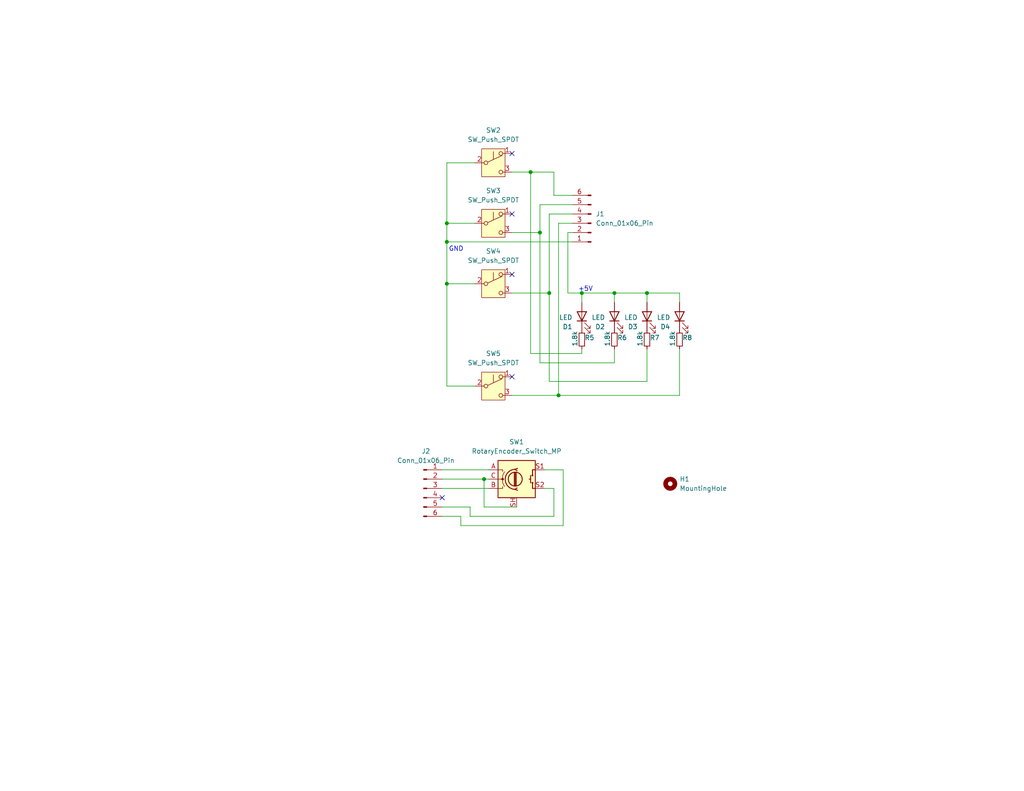
<source format=kicad_sch>
(kicad_sch
	(version 20231120)
	(generator "eeschema")
	(generator_version "8.0")
	(uuid "3b539c61-bc47-4dc6-bea2-8fbd7d401809")
	(paper "USLetter")
	(title_block
		(title "Rotary Encoder Daughter Card")
	)
	(lib_symbols
		(symbol "Connector:Conn_01x06_Pin"
			(pin_names
				(offset 1.016) hide)
			(exclude_from_sim no)
			(in_bom yes)
			(on_board yes)
			(property "Reference" "J"
				(at 0 7.62 0)
				(effects
					(font
						(size 1.27 1.27)
					)
				)
			)
			(property "Value" "Conn_01x06_Pin"
				(at 0 -10.16 0)
				(effects
					(font
						(size 1.27 1.27)
					)
				)
			)
			(property "Footprint" ""
				(at 0 0 0)
				(effects
					(font
						(size 1.27 1.27)
					)
					(hide yes)
				)
			)
			(property "Datasheet" "~"
				(at 0 0 0)
				(effects
					(font
						(size 1.27 1.27)
					)
					(hide yes)
				)
			)
			(property "Description" "Generic connector, single row, 01x06, script generated"
				(at 0 0 0)
				(effects
					(font
						(size 1.27 1.27)
					)
					(hide yes)
				)
			)
			(property "ki_locked" ""
				(at 0 0 0)
				(effects
					(font
						(size 1.27 1.27)
					)
				)
			)
			(property "ki_keywords" "connector"
				(at 0 0 0)
				(effects
					(font
						(size 1.27 1.27)
					)
					(hide yes)
				)
			)
			(property "ki_fp_filters" "Connector*:*_1x??_*"
				(at 0 0 0)
				(effects
					(font
						(size 1.27 1.27)
					)
					(hide yes)
				)
			)
			(symbol "Conn_01x06_Pin_1_1"
				(polyline
					(pts
						(xy 1.27 -7.62) (xy 0.8636 -7.62)
					)
					(stroke
						(width 0.1524)
						(type default)
					)
					(fill
						(type none)
					)
				)
				(polyline
					(pts
						(xy 1.27 -5.08) (xy 0.8636 -5.08)
					)
					(stroke
						(width 0.1524)
						(type default)
					)
					(fill
						(type none)
					)
				)
				(polyline
					(pts
						(xy 1.27 -2.54) (xy 0.8636 -2.54)
					)
					(stroke
						(width 0.1524)
						(type default)
					)
					(fill
						(type none)
					)
				)
				(polyline
					(pts
						(xy 1.27 0) (xy 0.8636 0)
					)
					(stroke
						(width 0.1524)
						(type default)
					)
					(fill
						(type none)
					)
				)
				(polyline
					(pts
						(xy 1.27 2.54) (xy 0.8636 2.54)
					)
					(stroke
						(width 0.1524)
						(type default)
					)
					(fill
						(type none)
					)
				)
				(polyline
					(pts
						(xy 1.27 5.08) (xy 0.8636 5.08)
					)
					(stroke
						(width 0.1524)
						(type default)
					)
					(fill
						(type none)
					)
				)
				(rectangle
					(start 0.8636 -7.493)
					(end 0 -7.747)
					(stroke
						(width 0.1524)
						(type default)
					)
					(fill
						(type outline)
					)
				)
				(rectangle
					(start 0.8636 -4.953)
					(end 0 -5.207)
					(stroke
						(width 0.1524)
						(type default)
					)
					(fill
						(type outline)
					)
				)
				(rectangle
					(start 0.8636 -2.413)
					(end 0 -2.667)
					(stroke
						(width 0.1524)
						(type default)
					)
					(fill
						(type outline)
					)
				)
				(rectangle
					(start 0.8636 0.127)
					(end 0 -0.127)
					(stroke
						(width 0.1524)
						(type default)
					)
					(fill
						(type outline)
					)
				)
				(rectangle
					(start 0.8636 2.667)
					(end 0 2.413)
					(stroke
						(width 0.1524)
						(type default)
					)
					(fill
						(type outline)
					)
				)
				(rectangle
					(start 0.8636 5.207)
					(end 0 4.953)
					(stroke
						(width 0.1524)
						(type default)
					)
					(fill
						(type outline)
					)
				)
				(pin passive line
					(at 5.08 5.08 180)
					(length 3.81)
					(name "Pin_1"
						(effects
							(font
								(size 1.27 1.27)
							)
						)
					)
					(number "1"
						(effects
							(font
								(size 1.27 1.27)
							)
						)
					)
				)
				(pin passive line
					(at 5.08 2.54 180)
					(length 3.81)
					(name "Pin_2"
						(effects
							(font
								(size 1.27 1.27)
							)
						)
					)
					(number "2"
						(effects
							(font
								(size 1.27 1.27)
							)
						)
					)
				)
				(pin passive line
					(at 5.08 0 180)
					(length 3.81)
					(name "Pin_3"
						(effects
							(font
								(size 1.27 1.27)
							)
						)
					)
					(number "3"
						(effects
							(font
								(size 1.27 1.27)
							)
						)
					)
				)
				(pin passive line
					(at 5.08 -2.54 180)
					(length 3.81)
					(name "Pin_4"
						(effects
							(font
								(size 1.27 1.27)
							)
						)
					)
					(number "4"
						(effects
							(font
								(size 1.27 1.27)
							)
						)
					)
				)
				(pin passive line
					(at 5.08 -5.08 180)
					(length 3.81)
					(name "Pin_5"
						(effects
							(font
								(size 1.27 1.27)
							)
						)
					)
					(number "5"
						(effects
							(font
								(size 1.27 1.27)
							)
						)
					)
				)
				(pin passive line
					(at 5.08 -7.62 180)
					(length 3.81)
					(name "Pin_6"
						(effects
							(font
								(size 1.27 1.27)
							)
						)
					)
					(number "6"
						(effects
							(font
								(size 1.27 1.27)
							)
						)
					)
				)
			)
		)
		(symbol "Device:LED"
			(pin_numbers hide)
			(pin_names
				(offset 1.016) hide)
			(exclude_from_sim no)
			(in_bom yes)
			(on_board yes)
			(property "Reference" "D"
				(at 0 2.54 0)
				(effects
					(font
						(size 1.27 1.27)
					)
				)
			)
			(property "Value" "LED"
				(at 0 -2.54 0)
				(effects
					(font
						(size 1.27 1.27)
					)
				)
			)
			(property "Footprint" ""
				(at 0 0 0)
				(effects
					(font
						(size 1.27 1.27)
					)
					(hide yes)
				)
			)
			(property "Datasheet" "~"
				(at 0 0 0)
				(effects
					(font
						(size 1.27 1.27)
					)
					(hide yes)
				)
			)
			(property "Description" "Light emitting diode"
				(at 0 0 0)
				(effects
					(font
						(size 1.27 1.27)
					)
					(hide yes)
				)
			)
			(property "ki_keywords" "LED diode"
				(at 0 0 0)
				(effects
					(font
						(size 1.27 1.27)
					)
					(hide yes)
				)
			)
			(property "ki_fp_filters" "LED* LED_SMD:* LED_THT:*"
				(at 0 0 0)
				(effects
					(font
						(size 1.27 1.27)
					)
					(hide yes)
				)
			)
			(symbol "LED_0_1"
				(polyline
					(pts
						(xy -1.27 -1.27) (xy -1.27 1.27)
					)
					(stroke
						(width 0.254)
						(type default)
					)
					(fill
						(type none)
					)
				)
				(polyline
					(pts
						(xy -1.27 0) (xy 1.27 0)
					)
					(stroke
						(width 0)
						(type default)
					)
					(fill
						(type none)
					)
				)
				(polyline
					(pts
						(xy 1.27 -1.27) (xy 1.27 1.27) (xy -1.27 0) (xy 1.27 -1.27)
					)
					(stroke
						(width 0.254)
						(type default)
					)
					(fill
						(type none)
					)
				)
				(polyline
					(pts
						(xy -3.048 -0.762) (xy -4.572 -2.286) (xy -3.81 -2.286) (xy -4.572 -2.286) (xy -4.572 -1.524)
					)
					(stroke
						(width 0)
						(type default)
					)
					(fill
						(type none)
					)
				)
				(polyline
					(pts
						(xy -1.778 -0.762) (xy -3.302 -2.286) (xy -2.54 -2.286) (xy -3.302 -2.286) (xy -3.302 -1.524)
					)
					(stroke
						(width 0)
						(type default)
					)
					(fill
						(type none)
					)
				)
			)
			(symbol "LED_1_1"
				(pin passive line
					(at -3.81 0 0)
					(length 2.54)
					(name "K"
						(effects
							(font
								(size 1.27 1.27)
							)
						)
					)
					(number "1"
						(effects
							(font
								(size 1.27 1.27)
							)
						)
					)
				)
				(pin passive line
					(at 3.81 0 180)
					(length 2.54)
					(name "A"
						(effects
							(font
								(size 1.27 1.27)
							)
						)
					)
					(number "2"
						(effects
							(font
								(size 1.27 1.27)
							)
						)
					)
				)
			)
		)
		(symbol "Device:R_Small"
			(pin_numbers hide)
			(pin_names
				(offset 0.254) hide)
			(exclude_from_sim no)
			(in_bom yes)
			(on_board yes)
			(property "Reference" "R"
				(at 0.762 0.508 0)
				(effects
					(font
						(size 1.27 1.27)
					)
					(justify left)
				)
			)
			(property "Value" "R_Small"
				(at 0.762 -1.016 0)
				(effects
					(font
						(size 1.27 1.27)
					)
					(justify left)
				)
			)
			(property "Footprint" ""
				(at 0 0 0)
				(effects
					(font
						(size 1.27 1.27)
					)
					(hide yes)
				)
			)
			(property "Datasheet" "~"
				(at 0 0 0)
				(effects
					(font
						(size 1.27 1.27)
					)
					(hide yes)
				)
			)
			(property "Description" "Resistor, small symbol"
				(at 0 0 0)
				(effects
					(font
						(size 1.27 1.27)
					)
					(hide yes)
				)
			)
			(property "ki_keywords" "R resistor"
				(at 0 0 0)
				(effects
					(font
						(size 1.27 1.27)
					)
					(hide yes)
				)
			)
			(property "ki_fp_filters" "R_*"
				(at 0 0 0)
				(effects
					(font
						(size 1.27 1.27)
					)
					(hide yes)
				)
			)
			(symbol "R_Small_0_1"
				(rectangle
					(start -0.762 1.778)
					(end 0.762 -1.778)
					(stroke
						(width 0.2032)
						(type default)
					)
					(fill
						(type none)
					)
				)
			)
			(symbol "R_Small_1_1"
				(pin passive line
					(at 0 2.54 270)
					(length 0.762)
					(name "~"
						(effects
							(font
								(size 1.27 1.27)
							)
						)
					)
					(number "1"
						(effects
							(font
								(size 1.27 1.27)
							)
						)
					)
				)
				(pin passive line
					(at 0 -2.54 90)
					(length 0.762)
					(name "~"
						(effects
							(font
								(size 1.27 1.27)
							)
						)
					)
					(number "2"
						(effects
							(font
								(size 1.27 1.27)
							)
						)
					)
				)
			)
		)
		(symbol "Device:RotaryEncoder_Switch_MP"
			(pin_names
				(offset 0.254) hide)
			(exclude_from_sim no)
			(in_bom yes)
			(on_board yes)
			(property "Reference" "SW1"
				(at 0 10.16 0)
				(effects
					(font
						(size 1.27 1.27)
					)
				)
			)
			(property "Value" "RotaryEncoder_Switch_MP"
				(at 0 7.62 0)
				(effects
					(font
						(size 1.27 1.27)
					)
				)
			)
			(property "Footprint" "Rotary_Encoder:RotaryEncoder_Bourns_Vertical_PEC12R-3x17F-Sxxxx"
				(at -3.81 4.064 0)
				(effects
					(font
						(size 1.27 1.27)
					)
					(hide yes)
				)
			)
			(property "Datasheet" "~"
				(at 0 -12.7 0)
				(effects
					(font
						(size 1.27 1.27)
					)
					(hide yes)
				)
			)
			(property "Description" "Rotary encoder, dual channel, incremental quadrate outputs, with switch and MP Pin"
				(at 0 -15.24 0)
				(effects
					(font
						(size 1.27 1.27)
					)
					(hide yes)
				)
			)
			(property "ki_keywords" "rotary switch encoder switch push button"
				(at 0 0 0)
				(effects
					(font
						(size 1.27 1.27)
					)
					(hide yes)
				)
			)
			(property "ki_fp_filters" "RotaryEncoder*Switch*"
				(at 0 0 0)
				(effects
					(font
						(size 1.27 1.27)
					)
					(hide yes)
				)
			)
			(symbol "RotaryEncoder_Switch_MP_0_1"
				(rectangle
					(start -5.08 5.08)
					(end 5.08 -5.08)
					(stroke
						(width 0.254)
						(type default)
					)
					(fill
						(type background)
					)
				)
				(circle
					(center -3.81 0)
					(radius 0.254)
					(stroke
						(width 0)
						(type default)
					)
					(fill
						(type outline)
					)
				)
				(circle
					(center -0.381 0)
					(radius 1.905)
					(stroke
						(width 0.254)
						(type default)
					)
					(fill
						(type none)
					)
				)
				(arc
					(start -0.381 2.667)
					(mid -3.0988 -0.0635)
					(end -0.381 -2.794)
					(stroke
						(width 0.254)
						(type default)
					)
					(fill
						(type none)
					)
				)
				(polyline
					(pts
						(xy -0.635 -1.778) (xy -0.635 1.778)
					)
					(stroke
						(width 0.254)
						(type default)
					)
					(fill
						(type none)
					)
				)
				(polyline
					(pts
						(xy -0.381 -1.778) (xy -0.381 1.778)
					)
					(stroke
						(width 0.254)
						(type default)
					)
					(fill
						(type none)
					)
				)
				(polyline
					(pts
						(xy -0.127 1.778) (xy -0.127 -1.778)
					)
					(stroke
						(width 0.254)
						(type default)
					)
					(fill
						(type none)
					)
				)
				(polyline
					(pts
						(xy 3.81 0) (xy 3.429 0)
					)
					(stroke
						(width 0.254)
						(type default)
					)
					(fill
						(type none)
					)
				)
				(polyline
					(pts
						(xy 3.81 1.016) (xy 3.81 -1.016)
					)
					(stroke
						(width 0.254)
						(type default)
					)
					(fill
						(type none)
					)
				)
				(polyline
					(pts
						(xy -5.08 -2.54) (xy -3.81 -2.54) (xy -3.81 -2.032)
					)
					(stroke
						(width 0)
						(type default)
					)
					(fill
						(type none)
					)
				)
				(polyline
					(pts
						(xy -5.08 2.54) (xy -3.81 2.54) (xy -3.81 2.032)
					)
					(stroke
						(width 0)
						(type default)
					)
					(fill
						(type none)
					)
				)
				(polyline
					(pts
						(xy 0.254 -3.048) (xy -0.508 -2.794) (xy 0.127 -2.413)
					)
					(stroke
						(width 0.254)
						(type default)
					)
					(fill
						(type none)
					)
				)
				(polyline
					(pts
						(xy 0.254 2.921) (xy -0.508 2.667) (xy 0.127 2.286)
					)
					(stroke
						(width 0.254)
						(type default)
					)
					(fill
						(type none)
					)
				)
				(polyline
					(pts
						(xy 5.08 -2.54) (xy 4.318 -2.54) (xy 4.318 -1.016)
					)
					(stroke
						(width 0.254)
						(type default)
					)
					(fill
						(type none)
					)
				)
				(polyline
					(pts
						(xy 5.08 2.54) (xy 4.318 2.54) (xy 4.318 1.016)
					)
					(stroke
						(width 0.254)
						(type default)
					)
					(fill
						(type none)
					)
				)
				(polyline
					(pts
						(xy -5.08 0) (xy -3.81 0) (xy -3.81 -1.016) (xy -3.302 -2.032)
					)
					(stroke
						(width 0)
						(type default)
					)
					(fill
						(type none)
					)
				)
				(polyline
					(pts
						(xy -4.318 0) (xy -3.81 0) (xy -3.81 1.016) (xy -3.302 2.032)
					)
					(stroke
						(width 0)
						(type default)
					)
					(fill
						(type none)
					)
				)
				(circle
					(center 4.318 -1.016)
					(radius 0.127)
					(stroke
						(width 0.254)
						(type default)
					)
					(fill
						(type none)
					)
				)
				(circle
					(center 4.318 1.016)
					(radius 0.127)
					(stroke
						(width 0.254)
						(type default)
					)
					(fill
						(type none)
					)
				)
			)
			(symbol "RotaryEncoder_Switch_MP_1_1"
				(pin passive line
					(at -7.62 2.54 0)
					(length 2.54)
					(name "A"
						(effects
							(font
								(size 1.27 1.27)
							)
						)
					)
					(number "A"
						(effects
							(font
								(size 1.27 1.27)
							)
						)
					)
				)
				(pin passive line
					(at -7.62 -2.54 0)
					(length 2.54)
					(name "B"
						(effects
							(font
								(size 1.27 1.27)
							)
						)
					)
					(number "B"
						(effects
							(font
								(size 1.27 1.27)
							)
						)
					)
				)
				(pin passive line
					(at -7.62 0 0)
					(length 2.54)
					(name "C"
						(effects
							(font
								(size 1.27 1.27)
							)
						)
					)
					(number "C"
						(effects
							(font
								(size 1.27 1.27)
							)
						)
					)
				)
				(pin passive line
					(at 7.62 2.54 180)
					(length 2.54)
					(name "S1"
						(effects
							(font
								(size 1.27 1.27)
							)
						)
					)
					(number "S1"
						(effects
							(font
								(size 1.27 1.27)
							)
						)
					)
				)
				(pin passive line
					(at 7.62 -2.54 180)
					(length 2.54)
					(name "S2"
						(effects
							(font
								(size 1.27 1.27)
							)
						)
					)
					(number "S2"
						(effects
							(font
								(size 1.27 1.27)
							)
						)
					)
				)
				(pin passive line
					(at 0 -7.62 90)
					(length 2.54)
					(name "SH"
						(effects
							(font
								(size 1.27 1.27)
							)
						)
					)
					(number "SH"
						(effects
							(font
								(size 1.27 1.27)
							)
						)
					)
				)
			)
		)
		(symbol "Mechanical:MountingHole"
			(pin_names
				(offset 1.016)
			)
			(exclude_from_sim yes)
			(in_bom no)
			(on_board yes)
			(property "Reference" "H"
				(at 0 5.08 0)
				(effects
					(font
						(size 1.27 1.27)
					)
				)
			)
			(property "Value" "MountingHole"
				(at 0 3.175 0)
				(effects
					(font
						(size 1.27 1.27)
					)
				)
			)
			(property "Footprint" ""
				(at 0 0 0)
				(effects
					(font
						(size 1.27 1.27)
					)
					(hide yes)
				)
			)
			(property "Datasheet" "~"
				(at 0 0 0)
				(effects
					(font
						(size 1.27 1.27)
					)
					(hide yes)
				)
			)
			(property "Description" "Mounting Hole without connection"
				(at 0 0 0)
				(effects
					(font
						(size 1.27 1.27)
					)
					(hide yes)
				)
			)
			(property "ki_keywords" "mounting hole"
				(at 0 0 0)
				(effects
					(font
						(size 1.27 1.27)
					)
					(hide yes)
				)
			)
			(property "ki_fp_filters" "MountingHole*"
				(at 0 0 0)
				(effects
					(font
						(size 1.27 1.27)
					)
					(hide yes)
				)
			)
			(symbol "MountingHole_0_1"
				(circle
					(center 0 0)
					(radius 1.27)
					(stroke
						(width 1.27)
						(type default)
					)
					(fill
						(type none)
					)
				)
			)
		)
		(symbol "Switch:SW_Push_SPDT"
			(pin_names
				(offset 0) hide)
			(exclude_from_sim no)
			(in_bom yes)
			(on_board yes)
			(property "Reference" "SW"
				(at 0 5.08 0)
				(effects
					(font
						(size 1.27 1.27)
					)
				)
			)
			(property "Value" "SW_Push_SPDT"
				(at 0 -5.08 0)
				(effects
					(font
						(size 1.27 1.27)
					)
				)
			)
			(property "Footprint" ""
				(at 0 0 0)
				(effects
					(font
						(size 1.27 1.27)
					)
					(hide yes)
				)
			)
			(property "Datasheet" "~"
				(at 0 0 0)
				(effects
					(font
						(size 1.27 1.27)
					)
					(hide yes)
				)
			)
			(property "Description" "Momentary Switch, single pole double throw"
				(at 0 0 0)
				(effects
					(font
						(size 1.27 1.27)
					)
					(hide yes)
				)
			)
			(property "ki_keywords" "switch single-pole double-throw spdt ON-ON"
				(at 0 0 0)
				(effects
					(font
						(size 1.27 1.27)
					)
					(hide yes)
				)
			)
			(symbol "SW_Push_SPDT_0_0"
				(circle
					(center -2.032 0)
					(radius 0.508)
					(stroke
						(width 0)
						(type default)
					)
					(fill
						(type none)
					)
				)
				(polyline
					(pts
						(xy 0 1.016) (xy 0 3.048)
					)
					(stroke
						(width 0)
						(type default)
					)
					(fill
						(type none)
					)
				)
				(circle
					(center 2.032 -2.54)
					(radius 0.508)
					(stroke
						(width 0)
						(type default)
					)
					(fill
						(type none)
					)
				)
			)
			(symbol "SW_Push_SPDT_0_1"
				(polyline
					(pts
						(xy -1.524 0.2032) (xy 2.3368 1.9812)
					)
					(stroke
						(width 0)
						(type default)
					)
					(fill
						(type none)
					)
				)
				(circle
					(center 2.032 2.54)
					(radius 0.508)
					(stroke
						(width 0)
						(type default)
					)
					(fill
						(type none)
					)
				)
			)
			(symbol "SW_Push_SPDT_1_1"
				(rectangle
					(start -3.175 3.81)
					(end 3.175 -3.81)
					(stroke
						(width 0)
						(type default)
					)
					(fill
						(type background)
					)
				)
				(pin passive line
					(at 5.08 2.54 180)
					(length 2.54)
					(name "A"
						(effects
							(font
								(size 1.27 1.27)
							)
						)
					)
					(number "1"
						(effects
							(font
								(size 1.27 1.27)
							)
						)
					)
				)
				(pin passive line
					(at -5.08 0 0)
					(length 2.54)
					(name "B"
						(effects
							(font
								(size 1.27 1.27)
							)
						)
					)
					(number "2"
						(effects
							(font
								(size 1.27 1.27)
							)
						)
					)
				)
				(pin passive line
					(at 5.08 -2.54 180)
					(length 2.54)
					(name "C"
						(effects
							(font
								(size 1.27 1.27)
							)
						)
					)
					(number "3"
						(effects
							(font
								(size 1.27 1.27)
							)
						)
					)
				)
			)
		)
	)
	(junction
		(at 152.4 107.95)
		(diameter 0)
		(color 0 0 0 0)
		(uuid "17c5a6ce-d148-4353-af3d-acdf925da065")
	)
	(junction
		(at 167.64 80.01)
		(diameter 0)
		(color 0 0 0 0)
		(uuid "2bc1be28-33d2-41af-9fc2-6e87702ae51d")
	)
	(junction
		(at 149.86 80.01)
		(diameter 0)
		(color 0 0 0 0)
		(uuid "3841748b-7013-463a-a111-d6938166686f")
	)
	(junction
		(at 144.78 46.99)
		(diameter 0)
		(color 0 0 0 0)
		(uuid "7479c058-e500-47a5-b4f0-cca87a303f4d")
	)
	(junction
		(at 121.92 60.96)
		(diameter 0)
		(color 0 0 0 0)
		(uuid "7ac96c11-2e36-47cf-991c-2733c9239795")
	)
	(junction
		(at 121.92 66.04)
		(diameter 0)
		(color 0 0 0 0)
		(uuid "7c812499-b88b-493f-909a-3dc3c8c18b44")
	)
	(junction
		(at 132.08 130.81)
		(diameter 0)
		(color 0 0 0 0)
		(uuid "a30f9191-ddf1-4b02-aabb-a5d15d41d658")
	)
	(junction
		(at 176.53 80.01)
		(diameter 0)
		(color 0 0 0 0)
		(uuid "b33c3fda-c2e9-42b6-b92d-61b605ee64a3")
	)
	(junction
		(at 121.92 77.47)
		(diameter 0)
		(color 0 0 0 0)
		(uuid "b9cacb06-3cac-4445-8bcc-9eff892d8879")
	)
	(junction
		(at 158.75 80.01)
		(diameter 0)
		(color 0 0 0 0)
		(uuid "c56c08d6-9ac6-4802-bcc2-2fd16101235b")
	)
	(junction
		(at 147.32 63.5)
		(diameter 0)
		(color 0 0 0 0)
		(uuid "cb77d3b0-e7cf-412c-a5f1-f40164dcd626")
	)
	(no_connect
		(at 139.7 102.87)
		(uuid "34bf1df0-002f-4e91-b8a5-e8fb05c0533f")
	)
	(no_connect
		(at 139.7 41.91)
		(uuid "49005721-67fa-421a-8707-6ddbc499e84f")
	)
	(no_connect
		(at 139.7 58.42)
		(uuid "8bff168f-0c62-47e0-8703-246634fa1f7e")
	)
	(no_connect
		(at 139.7 74.93)
		(uuid "b1989914-8885-46e3-b229-575a48deb2fc")
	)
	(no_connect
		(at 120.65 135.89)
		(uuid "c650a125-7da8-43d6-a01f-e0d7e6c4a307")
	)
	(wire
		(pts
			(xy 185.42 82.55) (xy 185.42 80.01)
		)
		(stroke
			(width 0)
			(type default)
		)
		(uuid "00b42ab3-bb98-4e87-9713-cbaddd7ec6ff")
	)
	(wire
		(pts
			(xy 147.32 55.88) (xy 147.32 63.5)
		)
		(stroke
			(width 0)
			(type default)
		)
		(uuid "02f2341f-a98d-46f9-89d2-6787efd464a1")
	)
	(wire
		(pts
			(xy 129.54 105.41) (xy 121.92 105.41)
		)
		(stroke
			(width 0)
			(type default)
		)
		(uuid "031ff416-0f53-4c60-8714-86a91c47b989")
	)
	(wire
		(pts
			(xy 120.65 138.43) (xy 128.27 138.43)
		)
		(stroke
			(width 0)
			(type default)
		)
		(uuid "0b2ea58a-a697-4a23-98e5-587f106beb0b")
	)
	(wire
		(pts
			(xy 156.21 53.34) (xy 151.13 53.34)
		)
		(stroke
			(width 0)
			(type default)
		)
		(uuid "10727fa0-528d-4dc5-affa-89fa4dbb89e9")
	)
	(wire
		(pts
			(xy 147.32 63.5) (xy 139.7 63.5)
		)
		(stroke
			(width 0)
			(type default)
		)
		(uuid "10a15145-0b37-43cb-9d70-f64e4c54ee01")
	)
	(wire
		(pts
			(xy 176.53 104.14) (xy 149.86 104.14)
		)
		(stroke
			(width 0)
			(type default)
		)
		(uuid "18498647-2cd1-4ba7-8780-b22cf5e2a46f")
	)
	(wire
		(pts
			(xy 121.92 60.96) (xy 129.54 60.96)
		)
		(stroke
			(width 0)
			(type default)
		)
		(uuid "1d1c32e9-9e11-4fe3-9842-c09ec45f15e2")
	)
	(wire
		(pts
			(xy 151.13 140.97) (xy 151.13 133.35)
		)
		(stroke
			(width 0)
			(type default)
		)
		(uuid "24da2f42-7857-46b5-af7d-621978f0eae6")
	)
	(wire
		(pts
			(xy 156.21 63.5) (xy 154.94 63.5)
		)
		(stroke
			(width 0)
			(type default)
		)
		(uuid "264935a9-a1a3-4aa0-8e92-da26552627e8")
	)
	(wire
		(pts
			(xy 128.27 138.43) (xy 128.27 140.97)
		)
		(stroke
			(width 0)
			(type default)
		)
		(uuid "26ac9cf8-d619-4c0e-81f9-eed00af6ff45")
	)
	(wire
		(pts
			(xy 125.73 140.97) (xy 120.65 140.97)
		)
		(stroke
			(width 0)
			(type default)
		)
		(uuid "2af17d56-410b-404e-b118-697966f938d4")
	)
	(wire
		(pts
			(xy 151.13 133.35) (xy 148.59 133.35)
		)
		(stroke
			(width 0)
			(type default)
		)
		(uuid "2efc848b-32cc-4b11-8cd4-2634156a3fbf")
	)
	(wire
		(pts
			(xy 176.53 95.25) (xy 176.53 104.14)
		)
		(stroke
			(width 0)
			(type default)
		)
		(uuid "3199b6b5-f0e5-42f6-98a5-d2bc9af66d0f")
	)
	(wire
		(pts
			(xy 128.27 140.97) (xy 151.13 140.97)
		)
		(stroke
			(width 0)
			(type default)
		)
		(uuid "38d9f5b8-b1f4-462a-af3e-2674d7c8eea4")
	)
	(wire
		(pts
			(xy 149.86 104.14) (xy 149.86 80.01)
		)
		(stroke
			(width 0)
			(type default)
		)
		(uuid "3de416ae-0386-43ee-a7e9-525a406b099e")
	)
	(wire
		(pts
			(xy 149.86 80.01) (xy 149.86 58.42)
		)
		(stroke
			(width 0)
			(type default)
		)
		(uuid "3f201f26-fe8e-45cf-b274-f832155f5588")
	)
	(wire
		(pts
			(xy 121.92 77.47) (xy 121.92 66.04)
		)
		(stroke
			(width 0)
			(type default)
		)
		(uuid "42895d8a-ede5-4f7e-a5f9-8bc2f15445b2")
	)
	(wire
		(pts
			(xy 121.92 66.04) (xy 156.21 66.04)
		)
		(stroke
			(width 0)
			(type default)
		)
		(uuid "4929ecb2-ca00-4528-85d3-691dae700f72")
	)
	(wire
		(pts
			(xy 152.4 107.95) (xy 139.7 107.95)
		)
		(stroke
			(width 0)
			(type default)
		)
		(uuid "4a4f5ad5-a798-4b5f-a28a-9b45661d68f5")
	)
	(wire
		(pts
			(xy 154.94 63.5) (xy 154.94 80.01)
		)
		(stroke
			(width 0)
			(type default)
		)
		(uuid "4c8ba6bf-5714-4045-80eb-abc5dc4b845f")
	)
	(wire
		(pts
			(xy 149.86 58.42) (xy 156.21 58.42)
		)
		(stroke
			(width 0)
			(type default)
		)
		(uuid "5d87a853-53fa-4b5e-8616-49ee63656973")
	)
	(wire
		(pts
			(xy 140.97 138.43) (xy 132.08 138.43)
		)
		(stroke
			(width 0)
			(type default)
		)
		(uuid "62de9b2a-b2f4-4ac6-88cd-62506c62998a")
	)
	(wire
		(pts
			(xy 153.67 143.51) (xy 125.73 143.51)
		)
		(stroke
			(width 0)
			(type default)
		)
		(uuid "62f134ea-9df2-45ed-9a3b-181c5bfdc0ed")
	)
	(wire
		(pts
			(xy 153.67 128.27) (xy 153.67 143.51)
		)
		(stroke
			(width 0)
			(type default)
		)
		(uuid "646927a9-2526-4f85-b093-fca8453f0689")
	)
	(wire
		(pts
			(xy 185.42 107.95) (xy 152.4 107.95)
		)
		(stroke
			(width 0)
			(type default)
		)
		(uuid "68e7af92-9d1e-4161-9007-783e0a107901")
	)
	(wire
		(pts
			(xy 154.94 80.01) (xy 158.75 80.01)
		)
		(stroke
			(width 0)
			(type default)
		)
		(uuid "6a266480-0f8a-46d8-a461-81cd530a8cde")
	)
	(wire
		(pts
			(xy 158.75 95.25) (xy 158.75 96.52)
		)
		(stroke
			(width 0)
			(type default)
		)
		(uuid "6b57eb82-63ec-472b-a3aa-5ff4fec9ce3d")
	)
	(wire
		(pts
			(xy 152.4 60.96) (xy 156.21 60.96)
		)
		(stroke
			(width 0)
			(type default)
		)
		(uuid "6ea0c278-4a9e-4c0c-b4a4-b24b65c7b889")
	)
	(wire
		(pts
			(xy 176.53 80.01) (xy 185.42 80.01)
		)
		(stroke
			(width 0)
			(type default)
		)
		(uuid "768a2e37-aefa-4cf7-8af1-429115ee181b")
	)
	(wire
		(pts
			(xy 139.7 80.01) (xy 149.86 80.01)
		)
		(stroke
			(width 0)
			(type default)
		)
		(uuid "7cca981e-447c-499d-b7ad-9b3944224297")
	)
	(wire
		(pts
			(xy 156.21 55.88) (xy 147.32 55.88)
		)
		(stroke
			(width 0)
			(type default)
		)
		(uuid "8b298316-b5a7-4b48-b421-99ea88e452b2")
	)
	(wire
		(pts
			(xy 151.13 46.99) (xy 144.78 46.99)
		)
		(stroke
			(width 0)
			(type default)
		)
		(uuid "941e90ba-8dc6-46b4-a894-00c1749f1302")
	)
	(wire
		(pts
			(xy 167.64 80.01) (xy 176.53 80.01)
		)
		(stroke
			(width 0)
			(type default)
		)
		(uuid "9e6b9e20-b159-4ef4-82f3-274de3761e26")
	)
	(wire
		(pts
			(xy 132.08 130.81) (xy 133.35 130.81)
		)
		(stroke
			(width 0)
			(type default)
		)
		(uuid "9f5a7d1e-4961-4843-b30d-60b28a5b553f")
	)
	(wire
		(pts
			(xy 120.65 128.27) (xy 133.35 128.27)
		)
		(stroke
			(width 0)
			(type default)
		)
		(uuid "aa5250c3-f0c3-43bb-8ff0-453c14ea0d13")
	)
	(wire
		(pts
			(xy 120.65 133.35) (xy 133.35 133.35)
		)
		(stroke
			(width 0)
			(type default)
		)
		(uuid "ade5e36e-ab8e-4e81-9d49-e3fb36c11bf4")
	)
	(wire
		(pts
			(xy 158.75 96.52) (xy 144.78 96.52)
		)
		(stroke
			(width 0)
			(type default)
		)
		(uuid "aee696ce-fb95-4b46-9fb4-d3ae7b9fb760")
	)
	(wire
		(pts
			(xy 158.75 80.01) (xy 167.64 80.01)
		)
		(stroke
			(width 0)
			(type default)
		)
		(uuid "b6d5dc95-befd-46e8-90cb-bdf074da603c")
	)
	(wire
		(pts
			(xy 158.75 80.01) (xy 158.75 82.55)
		)
		(stroke
			(width 0)
			(type default)
		)
		(uuid "bb61eefa-dcd6-4a9e-96fb-cb2590c0d110")
	)
	(wire
		(pts
			(xy 147.32 99.06) (xy 147.32 63.5)
		)
		(stroke
			(width 0)
			(type default)
		)
		(uuid "bb66bbf2-8ebd-47fc-9580-5ef9c506069c")
	)
	(wire
		(pts
			(xy 121.92 77.47) (xy 121.92 105.41)
		)
		(stroke
			(width 0)
			(type default)
		)
		(uuid "c333a63e-e394-4b70-baf6-8dabaf641715")
	)
	(wire
		(pts
			(xy 144.78 46.99) (xy 139.7 46.99)
		)
		(stroke
			(width 0)
			(type default)
		)
		(uuid "c4628263-44a9-4022-b82e-455bae214b13")
	)
	(wire
		(pts
			(xy 176.53 80.01) (xy 176.53 82.55)
		)
		(stroke
			(width 0)
			(type default)
		)
		(uuid "c5923f13-2284-4f6e-aa5a-a8f30be888c9")
	)
	(wire
		(pts
			(xy 121.92 77.47) (xy 129.54 77.47)
		)
		(stroke
			(width 0)
			(type default)
		)
		(uuid "c62b391b-156d-4a17-bdef-25fd3bac3a33")
	)
	(wire
		(pts
			(xy 151.13 53.34) (xy 151.13 46.99)
		)
		(stroke
			(width 0)
			(type default)
		)
		(uuid "c7cf0cce-8f08-426a-99f4-311337058995")
	)
	(wire
		(pts
			(xy 125.73 143.51) (xy 125.73 140.97)
		)
		(stroke
			(width 0)
			(type default)
		)
		(uuid "d1630c2b-68c3-400b-93c2-4c704153c932")
	)
	(wire
		(pts
			(xy 148.59 128.27) (xy 153.67 128.27)
		)
		(stroke
			(width 0)
			(type default)
		)
		(uuid "d480b387-d23b-4bab-bac9-c00693731985")
	)
	(wire
		(pts
			(xy 121.92 44.45) (xy 129.54 44.45)
		)
		(stroke
			(width 0)
			(type default)
		)
		(uuid "d9612aa4-f2ec-4e71-b729-1e40be268110")
	)
	(wire
		(pts
			(xy 185.42 95.25) (xy 185.42 107.95)
		)
		(stroke
			(width 0)
			(type default)
		)
		(uuid "daacd0c1-1794-47e0-a1a3-1df54105ca49")
	)
	(wire
		(pts
			(xy 121.92 60.96) (xy 121.92 44.45)
		)
		(stroke
			(width 0)
			(type default)
		)
		(uuid "db98fb8c-0d40-4896-b246-fb91e9d1e1d2")
	)
	(wire
		(pts
			(xy 144.78 46.99) (xy 144.78 96.52)
		)
		(stroke
			(width 0)
			(type default)
		)
		(uuid "de604d19-de0c-4573-aadb-b7536c0acabb")
	)
	(wire
		(pts
			(xy 167.64 99.06) (xy 147.32 99.06)
		)
		(stroke
			(width 0)
			(type default)
		)
		(uuid "e3143f1e-5eb8-467c-8e03-1755c13b180f")
	)
	(wire
		(pts
			(xy 121.92 66.04) (xy 121.92 60.96)
		)
		(stroke
			(width 0)
			(type default)
		)
		(uuid "eff45b08-d87f-4754-85b8-fee82a85bc7d")
	)
	(wire
		(pts
			(xy 152.4 60.96) (xy 152.4 107.95)
		)
		(stroke
			(width 0)
			(type default)
		)
		(uuid "f5d413d4-5b3a-4acf-afee-5e4d73ba407f")
	)
	(wire
		(pts
			(xy 167.64 80.01) (xy 167.64 82.55)
		)
		(stroke
			(width 0)
			(type default)
		)
		(uuid "f6d27118-4f11-479e-bfb6-2463b7b44575")
	)
	(wire
		(pts
			(xy 132.08 130.81) (xy 132.08 138.43)
		)
		(stroke
			(width 0)
			(type default)
		)
		(uuid "f9659053-8c27-4f40-9b4d-4df58b42ad80")
	)
	(wire
		(pts
			(xy 167.64 95.25) (xy 167.64 99.06)
		)
		(stroke
			(width 0)
			(type default)
		)
		(uuid "fbbf57a4-da97-4648-bc60-830583547c28")
	)
	(wire
		(pts
			(xy 120.65 130.81) (xy 132.08 130.81)
		)
		(stroke
			(width 0)
			(type default)
		)
		(uuid "fcf6200a-715b-4c82-90a9-3583e2dc8c2e")
	)
	(text "GND"
		(exclude_from_sim no)
		(at 124.46 68.072 0)
		(effects
			(font
				(size 1.27 1.27)
			)
		)
		(uuid "31c10561-822d-4fd9-8f48-af9c2571bc9a")
	)
	(text "+5V"
		(exclude_from_sim no)
		(at 159.766 78.994 0)
		(effects
			(font
				(size 1.27 1.27)
			)
		)
		(uuid "fdb433c6-ef57-4cec-a085-6ac73d119144")
	)
	(symbol
		(lib_id "Device:LED")
		(at 167.64 86.36 90)
		(unit 1)
		(exclude_from_sim no)
		(in_bom yes)
		(on_board yes)
		(dnp no)
		(uuid "07cfb470-1cba-4a98-93cf-848036601cf3")
		(property "Reference" "D2"
			(at 165.1 89.2176 90)
			(effects
				(font
					(size 1.27 1.27)
				)
				(justify left)
			)
		)
		(property "Value" "LED"
			(at 165.1 86.6776 90)
			(effects
				(font
					(size 1.27 1.27)
				)
				(justify left)
			)
		)
		(property "Footprint" "LED_THT:LED_D3.0mm"
			(at 167.64 86.36 0)
			(effects
				(font
					(size 1.27 1.27)
				)
				(hide yes)
			)
		)
		(property "Datasheet" "~"
			(at 167.64 86.36 0)
			(effects
				(font
					(size 1.27 1.27)
				)
				(hide yes)
			)
		)
		(property "Description" "Light emitting diode"
			(at 167.64 86.36 0)
			(effects
				(font
					(size 1.27 1.27)
				)
				(hide yes)
			)
		)
		(pin "2"
			(uuid "f28a8c78-142b-4c15-9592-ed34e7e48d52")
		)
		(pin "1"
			(uuid "5b2427bd-0981-43ba-93e1-92378d5510e3")
		)
		(instances
			(project "Micro-Whirlwind-Rotary-Daughter"
				(path "/3b539c61-bc47-4dc6-bea2-8fbd7d401809"
					(reference "D2")
					(unit 1)
				)
			)
		)
	)
	(symbol
		(lib_id "Device:R_Small")
		(at 158.75 92.71 0)
		(unit 1)
		(exclude_from_sim no)
		(in_bom yes)
		(on_board yes)
		(dnp no)
		(uuid "0b2e38c7-cd9b-4a62-ade0-df9c6521c1bf")
		(property "Reference" "R5"
			(at 159.512 92.202 0)
			(effects
				(font
					(size 1.27 1.27)
				)
				(justify left)
			)
		)
		(property "Value" "1.8k"
			(at 156.845 94.615 90)
			(effects
				(font
					(size 1.27 1.27)
				)
				(justify left)
			)
		)
		(property "Footprint" "Resistor_SMD:R_1206_3216Metric_Pad1.30x1.75mm_HandSolder"
			(at 158.75 92.71 0)
			(effects
				(font
					(size 1.27 1.27)
				)
				(hide yes)
			)
		)
		(property "Datasheet" "~"
			(at 158.75 92.71 0)
			(effects
				(font
					(size 1.27 1.27)
				)
				(hide yes)
			)
		)
		(property "Description" "Resistor, small symbol"
			(at 158.75 92.71 0)
			(effects
				(font
					(size 1.27 1.27)
				)
				(hide yes)
			)
		)
		(pin "1"
			(uuid "2ee7c860-524c-4a53-9b37-4deff51c41d8")
		)
		(pin "2"
			(uuid "b1854a1f-b648-4564-b03f-416c5a722811")
		)
		(instances
			(project "Micro-Whirlwind-Rotary-Daughter"
				(path "/3b539c61-bc47-4dc6-bea2-8fbd7d401809"
					(reference "R5")
					(unit 1)
				)
			)
		)
	)
	(symbol
		(lib_id "Device:RotaryEncoder_Switch_MP")
		(at 140.97 130.81 0)
		(unit 1)
		(exclude_from_sim no)
		(in_bom yes)
		(on_board yes)
		(dnp no)
		(fields_autoplaced yes)
		(uuid "1714364e-4dba-4663-89e5-73015c3d1739")
		(property "Reference" "SW1"
			(at 140.97 120.65 0)
			(effects
				(font
					(size 1.27 1.27)
				)
			)
		)
		(property "Value" "RotaryEncoder_Switch_MP"
			(at 140.97 123.19 0)
			(effects
				(font
					(size 1.27 1.27)
				)
			)
		)
		(property "Footprint" "Rotary_Encoder:RotaryEncoder_Bourns_Vertical_PEC12R-3x17F-Sxxxx"
			(at 137.16 126.746 0)
			(effects
				(font
					(size 1.27 1.27)
				)
				(hide yes)
			)
		)
		(property "Datasheet" "~"
			(at 140.97 143.51 0)
			(effects
				(font
					(size 1.27 1.27)
				)
				(hide yes)
			)
		)
		(property "Description" "Rotary encoder, dual channel, incremental quadrate outputs, with switch and MP Pin"
			(at 140.97 146.05 0)
			(effects
				(font
					(size 1.27 1.27)
				)
				(hide yes)
			)
		)
		(pin "S1"
			(uuid "0d66f79c-d415-463d-903b-424792561607")
		)
		(pin "S2"
			(uuid "342980b6-7b85-4183-a0d6-d05f082f5797")
		)
		(pin "C"
			(uuid "9937c496-6c4c-43b4-af79-c2a41fdcd844")
		)
		(pin "A"
			(uuid "e697ea2e-e92c-46b4-a17b-1681cb01eea4")
		)
		(pin "B"
			(uuid "68c4d265-66dd-4eef-9b07-8bd0721e6270")
		)
		(pin "SH"
			(uuid "851c63fc-ea07-43f3-9a0e-d4c0586dc54e")
		)
		(instances
			(project ""
				(path "/3b539c61-bc47-4dc6-bea2-8fbd7d401809"
					(reference "SW1")
					(unit 1)
				)
			)
		)
	)
	(symbol
		(lib_id "Switch:SW_Push_SPDT")
		(at 134.62 44.45 0)
		(unit 1)
		(exclude_from_sim no)
		(in_bom yes)
		(on_board yes)
		(dnp no)
		(fields_autoplaced yes)
		(uuid "34ff7a62-d6cf-493e-99c0-2023853c648f")
		(property "Reference" "SW2"
			(at 134.62 35.56 0)
			(effects
				(font
					(size 1.27 1.27)
				)
			)
		)
		(property "Value" "SW_Push_SPDT"
			(at 134.62 38.1 0)
			(effects
				(font
					(size 1.27 1.27)
				)
			)
		)
		(property "Footprint" "Connector_PinHeader_2.54mm:PinHeader_1x03_P2.54mm_Vertical"
			(at 134.62 44.45 0)
			(effects
				(font
					(size 1.27 1.27)
				)
				(hide yes)
			)
		)
		(property "Datasheet" "~"
			(at 134.62 44.45 0)
			(effects
				(font
					(size 1.27 1.27)
				)
				(hide yes)
			)
		)
		(property "Description" "Momentary Switch, single pole double throw"
			(at 134.62 44.45 0)
			(effects
				(font
					(size 1.27 1.27)
				)
				(hide yes)
			)
		)
		(pin "2"
			(uuid "2e63a987-5362-418c-be0f-c17b5afa3dc7")
		)
		(pin "3"
			(uuid "53053e52-a173-4501-b0d3-248e1b672226")
		)
		(pin "1"
			(uuid "a0a6506e-9076-4a24-89dc-2a906fef411c")
		)
		(instances
			(project ""
				(path "/3b539c61-bc47-4dc6-bea2-8fbd7d401809"
					(reference "SW2")
					(unit 1)
				)
			)
		)
	)
	(symbol
		(lib_id "Mechanical:MountingHole")
		(at 182.88 132.08 0)
		(unit 1)
		(exclude_from_sim yes)
		(in_bom no)
		(on_board yes)
		(dnp no)
		(fields_autoplaced yes)
		(uuid "55f206d3-e0ea-4871-9978-357f9db7deea")
		(property "Reference" "H1"
			(at 185.42 130.8099 0)
			(effects
				(font
					(size 1.27 1.27)
				)
				(justify left)
			)
		)
		(property "Value" "MountingHole"
			(at 185.42 133.3499 0)
			(effects
				(font
					(size 1.27 1.27)
				)
				(justify left)
			)
		)
		(property "Footprint" "MountingHole:MountingHole_3.2mm_M3"
			(at 182.88 132.08 0)
			(effects
				(font
					(size 1.27 1.27)
				)
				(hide yes)
			)
		)
		(property "Datasheet" "~"
			(at 182.88 132.08 0)
			(effects
				(font
					(size 1.27 1.27)
				)
				(hide yes)
			)
		)
		(property "Description" "Mounting Hole without connection"
			(at 182.88 132.08 0)
			(effects
				(font
					(size 1.27 1.27)
				)
				(hide yes)
			)
		)
		(instances
			(project ""
				(path "/3b539c61-bc47-4dc6-bea2-8fbd7d401809"
					(reference "H1")
					(unit 1)
				)
			)
		)
	)
	(symbol
		(lib_id "Device:R_Small")
		(at 167.64 92.71 0)
		(unit 1)
		(exclude_from_sim no)
		(in_bom yes)
		(on_board yes)
		(dnp no)
		(uuid "61e29c0b-2a8a-4ef2-9234-b8ee8ae5cf96")
		(property "Reference" "R6"
			(at 168.402 92.202 0)
			(effects
				(font
					(size 1.27 1.27)
				)
				(justify left)
			)
		)
		(property "Value" "1.8k"
			(at 165.735 94.615 90)
			(effects
				(font
					(size 1.27 1.27)
				)
				(justify left)
			)
		)
		(property "Footprint" "Resistor_SMD:R_1206_3216Metric_Pad1.30x1.75mm_HandSolder"
			(at 167.64 92.71 0)
			(effects
				(font
					(size 1.27 1.27)
				)
				(hide yes)
			)
		)
		(property "Datasheet" "~"
			(at 167.64 92.71 0)
			(effects
				(font
					(size 1.27 1.27)
				)
				(hide yes)
			)
		)
		(property "Description" "Resistor, small symbol"
			(at 167.64 92.71 0)
			(effects
				(font
					(size 1.27 1.27)
				)
				(hide yes)
			)
		)
		(pin "1"
			(uuid "f1592fc3-ea09-4a18-bd75-e820d8a7f936")
		)
		(pin "2"
			(uuid "fcb22b40-56ed-4544-93e5-7b7c79d76843")
		)
		(instances
			(project "Micro-Whirlwind-Rotary-Daughter"
				(path "/3b539c61-bc47-4dc6-bea2-8fbd7d401809"
					(reference "R6")
					(unit 1)
				)
			)
		)
	)
	(symbol
		(lib_id "Device:R_Small")
		(at 176.53 92.71 0)
		(unit 1)
		(exclude_from_sim no)
		(in_bom yes)
		(on_board yes)
		(dnp no)
		(uuid "6a0a4925-7a30-4b93-ba00-c64343d688b7")
		(property "Reference" "R7"
			(at 177.292 92.202 0)
			(effects
				(font
					(size 1.27 1.27)
				)
				(justify left)
			)
		)
		(property "Value" "1.8k"
			(at 174.625 94.615 90)
			(effects
				(font
					(size 1.27 1.27)
				)
				(justify left)
			)
		)
		(property "Footprint" "Resistor_SMD:R_1206_3216Metric_Pad1.30x1.75mm_HandSolder"
			(at 176.53 92.71 0)
			(effects
				(font
					(size 1.27 1.27)
				)
				(hide yes)
			)
		)
		(property "Datasheet" "~"
			(at 176.53 92.71 0)
			(effects
				(font
					(size 1.27 1.27)
				)
				(hide yes)
			)
		)
		(property "Description" "Resistor, small symbol"
			(at 176.53 92.71 0)
			(effects
				(font
					(size 1.27 1.27)
				)
				(hide yes)
			)
		)
		(pin "1"
			(uuid "349e8eab-b0ab-4402-a5c6-6b9ffa79736b")
		)
		(pin "2"
			(uuid "32ed07a7-1cc4-41ce-8046-86261b459b7a")
		)
		(instances
			(project "Micro-Whirlwind-Rotary-Daughter"
				(path "/3b539c61-bc47-4dc6-bea2-8fbd7d401809"
					(reference "R7")
					(unit 1)
				)
			)
		)
	)
	(symbol
		(lib_id "Device:LED")
		(at 158.75 86.36 90)
		(unit 1)
		(exclude_from_sim no)
		(in_bom yes)
		(on_board yes)
		(dnp no)
		(uuid "6dc44ed1-76b9-41d4-94fb-eacfa0ed71be")
		(property "Reference" "D1"
			(at 156.21 89.2176 90)
			(effects
				(font
					(size 1.27 1.27)
				)
				(justify left)
			)
		)
		(property "Value" "LED"
			(at 156.21 86.6776 90)
			(effects
				(font
					(size 1.27 1.27)
				)
				(justify left)
			)
		)
		(property "Footprint" "LED_THT:LED_D3.0mm"
			(at 158.75 86.36 0)
			(effects
				(font
					(size 1.27 1.27)
				)
				(hide yes)
			)
		)
		(property "Datasheet" "~"
			(at 158.75 86.36 0)
			(effects
				(font
					(size 1.27 1.27)
				)
				(hide yes)
			)
		)
		(property "Description" "Light emitting diode"
			(at 158.75 86.36 0)
			(effects
				(font
					(size 1.27 1.27)
				)
				(hide yes)
			)
		)
		(pin "2"
			(uuid "b7f9b6a1-b4a2-4b7f-92a0-ebaf572596c2")
		)
		(pin "1"
			(uuid "9d70f6e9-4d8e-4d8f-8cf5-6e36e9c557eb")
		)
		(instances
			(project "Micro-Whirlwind-Rotary-Daughter"
				(path "/3b539c61-bc47-4dc6-bea2-8fbd7d401809"
					(reference "D1")
					(unit 1)
				)
			)
		)
	)
	(symbol
		(lib_id "Connector:Conn_01x06_Pin")
		(at 115.57 133.35 0)
		(unit 1)
		(exclude_from_sim no)
		(in_bom yes)
		(on_board yes)
		(dnp no)
		(fields_autoplaced yes)
		(uuid "8e222cd1-5f0f-469e-9604-1e135d8e27d8")
		(property "Reference" "J2"
			(at 116.205 123.19 0)
			(effects
				(font
					(size 1.27 1.27)
				)
			)
		)
		(property "Value" "Conn_01x06_Pin"
			(at 116.205 125.73 0)
			(effects
				(font
					(size 1.27 1.27)
				)
			)
		)
		(property "Footprint" "Connector_PinHeader_2.54mm:PinHeader_1x06_P2.54mm_Vertical"
			(at 115.57 133.35 0)
			(effects
				(font
					(size 1.27 1.27)
				)
				(hide yes)
			)
		)
		(property "Datasheet" "~"
			(at 115.57 133.35 0)
			(effects
				(font
					(size 1.27 1.27)
				)
				(hide yes)
			)
		)
		(property "Description" "Generic connector, single row, 01x06, script generated"
			(at 115.57 133.35 0)
			(effects
				(font
					(size 1.27 1.27)
				)
				(hide yes)
			)
		)
		(pin "2"
			(uuid "44832ffb-f4ec-4b56-bb73-1a94d087b3ff")
		)
		(pin "5"
			(uuid "3d034447-eafb-4328-9b4f-6f256b22a3b6")
		)
		(pin "3"
			(uuid "1901f897-394c-4b69-9179-9938c021cb20")
		)
		(pin "6"
			(uuid "dcef009b-8527-411d-8f0d-b33048e6b5b6")
		)
		(pin "1"
			(uuid "bb8179d5-3b68-4ff0-9f1b-71ed31505384")
		)
		(pin "4"
			(uuid "8181c09d-cd9e-4bd2-8733-aaebc24d5ecc")
		)
		(instances
			(project "Micro-Whirlwind-Rotary-Daughter"
				(path "/3b539c61-bc47-4dc6-bea2-8fbd7d401809"
					(reference "J2")
					(unit 1)
				)
			)
		)
	)
	(symbol
		(lib_id "Switch:SW_Push_SPDT")
		(at 134.62 60.96 0)
		(unit 1)
		(exclude_from_sim no)
		(in_bom yes)
		(on_board yes)
		(dnp no)
		(fields_autoplaced yes)
		(uuid "b8679dba-1a6f-4cfa-9444-aadc97674756")
		(property "Reference" "SW3"
			(at 134.62 52.07 0)
			(effects
				(font
					(size 1.27 1.27)
				)
			)
		)
		(property "Value" "SW_Push_SPDT"
			(at 134.62 54.61 0)
			(effects
				(font
					(size 1.27 1.27)
				)
			)
		)
		(property "Footprint" "Connector_PinHeader_2.54mm:PinHeader_1x03_P2.54mm_Vertical"
			(at 134.62 60.96 0)
			(effects
				(font
					(size 1.27 1.27)
				)
				(hide yes)
			)
		)
		(property "Datasheet" "~"
			(at 134.62 60.96 0)
			(effects
				(font
					(size 1.27 1.27)
				)
				(hide yes)
			)
		)
		(property "Description" "Momentary Switch, single pole double throw"
			(at 134.62 60.96 0)
			(effects
				(font
					(size 1.27 1.27)
				)
				(hide yes)
			)
		)
		(pin "1"
			(uuid "c553fbbd-18a4-49ff-a84f-004f2964ccf4")
		)
		(pin "3"
			(uuid "1e645041-598c-4a9c-90bf-11e67ac3d49a")
		)
		(pin "2"
			(uuid "50ce1917-dbe1-40bc-9b62-8572bb647f67")
		)
		(instances
			(project ""
				(path "/3b539c61-bc47-4dc6-bea2-8fbd7d401809"
					(reference "SW3")
					(unit 1)
				)
			)
		)
	)
	(symbol
		(lib_id "Device:R_Small")
		(at 185.42 92.71 0)
		(unit 1)
		(exclude_from_sim no)
		(in_bom yes)
		(on_board yes)
		(dnp no)
		(uuid "b8d3c452-1d9a-41fc-b3d5-30f487e13288")
		(property "Reference" "R8"
			(at 186.182 92.202 0)
			(effects
				(font
					(size 1.27 1.27)
				)
				(justify left)
			)
		)
		(property "Value" "1.8k"
			(at 183.515 94.615 90)
			(effects
				(font
					(size 1.27 1.27)
				)
				(justify left)
			)
		)
		(property "Footprint" "Resistor_SMD:R_1206_3216Metric_Pad1.30x1.75mm_HandSolder"
			(at 185.42 92.71 0)
			(effects
				(font
					(size 1.27 1.27)
				)
				(hide yes)
			)
		)
		(property "Datasheet" "~"
			(at 185.42 92.71 0)
			(effects
				(font
					(size 1.27 1.27)
				)
				(hide yes)
			)
		)
		(property "Description" "Resistor, small symbol"
			(at 185.42 92.71 0)
			(effects
				(font
					(size 1.27 1.27)
				)
				(hide yes)
			)
		)
		(pin "1"
			(uuid "b4b35b9f-1485-4586-a90d-a14acfcfc573")
		)
		(pin "2"
			(uuid "8ee76ad2-8950-468c-b3a3-9bd08475368d")
		)
		(instances
			(project "Micro-Whirlwind-Rotary-Daughter"
				(path "/3b539c61-bc47-4dc6-bea2-8fbd7d401809"
					(reference "R8")
					(unit 1)
				)
			)
		)
	)
	(symbol
		(lib_id "Switch:SW_Push_SPDT")
		(at 134.62 77.47 0)
		(unit 1)
		(exclude_from_sim no)
		(in_bom yes)
		(on_board yes)
		(dnp no)
		(fields_autoplaced yes)
		(uuid "d02f7f3b-c484-4555-9354-e34c2d90d637")
		(property "Reference" "SW4"
			(at 134.62 68.58 0)
			(effects
				(font
					(size 1.27 1.27)
				)
			)
		)
		(property "Value" "SW_Push_SPDT"
			(at 134.62 71.12 0)
			(effects
				(font
					(size 1.27 1.27)
				)
			)
		)
		(property "Footprint" "Connector_PinHeader_2.54mm:PinHeader_1x03_P2.54mm_Vertical"
			(at 134.62 77.47 0)
			(effects
				(font
					(size 1.27 1.27)
				)
				(hide yes)
			)
		)
		(property "Datasheet" "~"
			(at 134.62 77.47 0)
			(effects
				(font
					(size 1.27 1.27)
				)
				(hide yes)
			)
		)
		(property "Description" "Momentary Switch, single pole double throw"
			(at 134.62 77.47 0)
			(effects
				(font
					(size 1.27 1.27)
				)
				(hide yes)
			)
		)
		(pin "1"
			(uuid "c553fbbd-18a4-49ff-a84f-004f2964ccf5")
		)
		(pin "3"
			(uuid "1e645041-598c-4a9c-90bf-11e67ac3d49b")
		)
		(pin "2"
			(uuid "50ce1917-dbe1-40bc-9b62-8572bb647f68")
		)
		(instances
			(project ""
				(path "/3b539c61-bc47-4dc6-bea2-8fbd7d401809"
					(reference "SW4")
					(unit 1)
				)
			)
		)
	)
	(symbol
		(lib_id "Connector:Conn_01x06_Pin")
		(at 161.29 60.96 180)
		(unit 1)
		(exclude_from_sim no)
		(in_bom yes)
		(on_board yes)
		(dnp no)
		(fields_autoplaced yes)
		(uuid "d1299b1f-421e-438c-8c35-f3ddaa688910")
		(property "Reference" "J1"
			(at 162.56 58.4199 0)
			(effects
				(font
					(size 1.27 1.27)
				)
				(justify right)
			)
		)
		(property "Value" "Conn_01x06_Pin"
			(at 162.56 60.9599 0)
			(effects
				(font
					(size 1.27 1.27)
				)
				(justify right)
			)
		)
		(property "Footprint" "Connector_PinHeader_2.54mm:PinHeader_1x06_P2.54mm_Vertical"
			(at 161.29 60.96 0)
			(effects
				(font
					(size 1.27 1.27)
				)
				(hide yes)
			)
		)
		(property "Datasheet" "~"
			(at 161.29 60.96 0)
			(effects
				(font
					(size 1.27 1.27)
				)
				(hide yes)
			)
		)
		(property "Description" "Generic connector, single row, 01x06, script generated"
			(at 161.29 60.96 0)
			(effects
				(font
					(size 1.27 1.27)
				)
				(hide yes)
			)
		)
		(pin "2"
			(uuid "bb05dad9-a205-42e2-a981-a25b44ce4768")
		)
		(pin "5"
			(uuid "17cfbb12-19fd-4302-bee3-ed220eb0346b")
		)
		(pin "3"
			(uuid "828119ef-5bcc-472e-b7a2-5b7bec71f9f8")
		)
		(pin "6"
			(uuid "215aff07-c2cd-4ace-8aa1-994e76929ac2")
		)
		(pin "1"
			(uuid "1cdaa191-31f4-4b02-b469-00bf17eb94f1")
		)
		(pin "4"
			(uuid "23795038-e8f9-404d-9111-c7f18e15d30a")
		)
		(instances
			(project ""
				(path "/3b539c61-bc47-4dc6-bea2-8fbd7d401809"
					(reference "J1")
					(unit 1)
				)
			)
		)
	)
	(symbol
		(lib_id "Device:LED")
		(at 185.42 86.36 90)
		(unit 1)
		(exclude_from_sim no)
		(in_bom yes)
		(on_board yes)
		(dnp no)
		(uuid "de44410b-c0f4-491b-a269-656593dfab1c")
		(property "Reference" "D4"
			(at 182.88 89.2176 90)
			(effects
				(font
					(size 1.27 1.27)
				)
				(justify left)
			)
		)
		(property "Value" "LED"
			(at 182.88 86.6776 90)
			(effects
				(font
					(size 1.27 1.27)
				)
				(justify left)
			)
		)
		(property "Footprint" "LED_THT:LED_D3.0mm"
			(at 185.42 86.36 0)
			(effects
				(font
					(size 1.27 1.27)
				)
				(hide yes)
			)
		)
		(property "Datasheet" "~"
			(at 185.42 86.36 0)
			(effects
				(font
					(size 1.27 1.27)
				)
				(hide yes)
			)
		)
		(property "Description" "Light emitting diode"
			(at 185.42 86.36 0)
			(effects
				(font
					(size 1.27 1.27)
				)
				(hide yes)
			)
		)
		(pin "2"
			(uuid "a7f6f6db-7ea1-417f-b43d-453fc13e435e")
		)
		(pin "1"
			(uuid "6eac6b0b-dc8c-4dc6-98e9-db6dee781982")
		)
		(instances
			(project "Micro-Whirlwind-Rotary-Daughter"
				(path "/3b539c61-bc47-4dc6-bea2-8fbd7d401809"
					(reference "D4")
					(unit 1)
				)
			)
		)
	)
	(symbol
		(lib_id "Switch:SW_Push_SPDT")
		(at 134.62 105.41 0)
		(unit 1)
		(exclude_from_sim no)
		(in_bom yes)
		(on_board yes)
		(dnp no)
		(fields_autoplaced yes)
		(uuid "e0c4dde2-d813-4e0b-b4b8-c9a8904d6562")
		(property "Reference" "SW5"
			(at 134.62 96.52 0)
			(effects
				(font
					(size 1.27 1.27)
				)
			)
		)
		(property "Value" "SW_Push_SPDT"
			(at 134.62 99.06 0)
			(effects
				(font
					(size 1.27 1.27)
				)
			)
		)
		(property "Footprint" "Connector_PinHeader_2.54mm:PinHeader_1x03_P2.54mm_Vertical"
			(at 134.62 105.41 0)
			(effects
				(font
					(size 1.27 1.27)
				)
				(hide yes)
			)
		)
		(property "Datasheet" "~"
			(at 134.62 105.41 0)
			(effects
				(font
					(size 1.27 1.27)
				)
				(hide yes)
			)
		)
		(property "Description" "Momentary Switch, single pole double throw"
			(at 134.62 105.41 0)
			(effects
				(font
					(size 1.27 1.27)
				)
				(hide yes)
			)
		)
		(pin "1"
			(uuid "c553fbbd-18a4-49ff-a84f-004f2964ccf6")
		)
		(pin "3"
			(uuid "1e645041-598c-4a9c-90bf-11e67ac3d49c")
		)
		(pin "2"
			(uuid "50ce1917-dbe1-40bc-9b62-8572bb647f69")
		)
		(instances
			(project ""
				(path "/3b539c61-bc47-4dc6-bea2-8fbd7d401809"
					(reference "SW5")
					(unit 1)
				)
			)
		)
	)
	(symbol
		(lib_id "Device:LED")
		(at 176.53 86.36 90)
		(unit 1)
		(exclude_from_sim no)
		(in_bom yes)
		(on_board yes)
		(dnp no)
		(uuid "ea12b02a-415e-415b-8f4a-ef76344cdaa7")
		(property "Reference" "D3"
			(at 173.99 89.2176 90)
			(effects
				(font
					(size 1.27 1.27)
				)
				(justify left)
			)
		)
		(property "Value" "LED"
			(at 173.99 86.6776 90)
			(effects
				(font
					(size 1.27 1.27)
				)
				(justify left)
			)
		)
		(property "Footprint" "LED_THT:LED_D3.0mm"
			(at 176.53 86.36 0)
			(effects
				(font
					(size 1.27 1.27)
				)
				(hide yes)
			)
		)
		(property "Datasheet" "~"
			(at 176.53 86.36 0)
			(effects
				(font
					(size 1.27 1.27)
				)
				(hide yes)
			)
		)
		(property "Description" "Light emitting diode"
			(at 176.53 86.36 0)
			(effects
				(font
					(size 1.27 1.27)
				)
				(hide yes)
			)
		)
		(pin "2"
			(uuid "f95d55c2-cd20-491d-ac9c-e17e93260a2b")
		)
		(pin "1"
			(uuid "995bea13-9205-4a78-8277-b0d34b698428")
		)
		(instances
			(project "Micro-Whirlwind-Rotary-Daughter"
				(path "/3b539c61-bc47-4dc6-bea2-8fbd7d401809"
					(reference "D3")
					(unit 1)
				)
			)
		)
	)
	(sheet_instances
		(path "/"
			(page "1")
		)
	)
)

</source>
